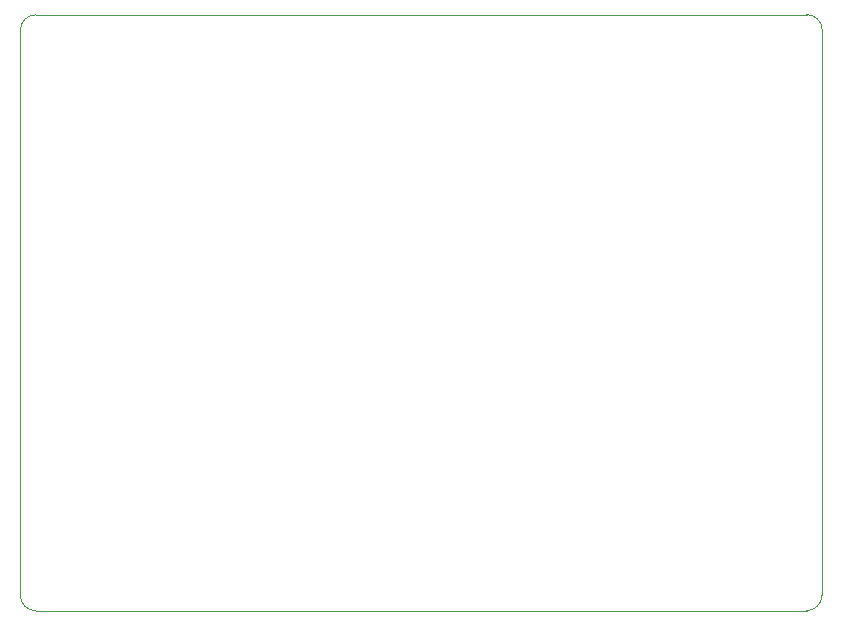
<source format=gbr>
%TF.GenerationSoftware,KiCad,Pcbnew,9.0.1*%
%TF.CreationDate,2025-04-11T16:43:42-04:00*%
%TF.ProjectId,h-bridge,682d6272-6964-4676-952e-6b696361645f,rev?*%
%TF.SameCoordinates,Original*%
%TF.FileFunction,Profile,NP*%
%FSLAX46Y46*%
G04 Gerber Fmt 4.6, Leading zero omitted, Abs format (unit mm)*
G04 Created by KiCad (PCBNEW 9.0.1) date 2025-04-11 16:43:42*
%MOMM*%
%LPD*%
G01*
G04 APERTURE LIST*
%TA.AperFunction,Profile*%
%ADD10C,0.050000*%
%TD*%
G04 APERTURE END LIST*
D10*
X94919239Y-118180761D02*
X94919239Y-70319239D01*
X161480761Y-119480761D02*
X96219200Y-119480761D01*
X162800000Y-70300000D02*
X162780761Y-118180800D01*
X96219200Y-69019239D02*
X161500000Y-69000000D01*
X94919239Y-70319239D02*
G75*
G02*
X96219239Y-69019239I1299999J1D01*
G01*
X96219239Y-119480761D02*
G75*
G02*
X94919239Y-118180761I-1J1299999D01*
G01*
X162780761Y-118180761D02*
G75*
G02*
X161480761Y-119480761I-1299999J-1D01*
G01*
X161500000Y-69000000D02*
G75*
G02*
X162800000Y-70300000I0J-1300000D01*
G01*
M02*

</source>
